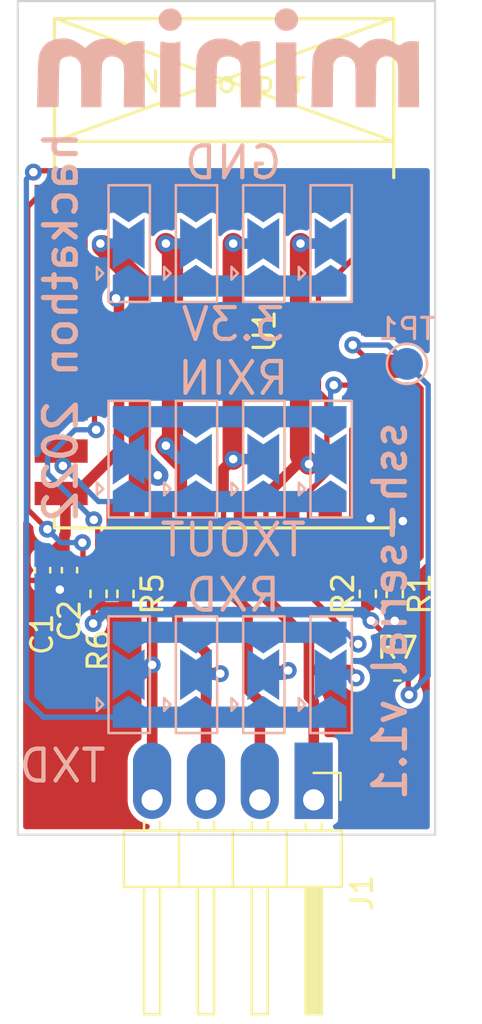
<source format=kicad_pcb>
(kicad_pcb (version 20211014) (generator pcbnew)
  (layers (0 "F.Cu" signal) (31 "B.Cu" signal) (34 "B.Paste" user) (35 "F.Paste" user) (36 "B.SilkS" user "B.Silkscreen") (37 "F.SilkS" user "F.Silkscreen") (38 "B.Mask" user) (39 "F.Mask" user) (44 "Edge.Cuts" user))
  (net 0 "")
  (net 1 "+3V3")
  (net 2 "GND")
  (net 3 "/PIN1")
  (net 4 "/PIN2")
  (net 5 "/PIN3")
  (net 6 "/PIN4")
  (net 7 "/ROUTER_TX")
  (net 8 "/ROUTER_RX")
  (net 9 "/GPIO2")
  (net 10 "/CH_PD")
  (net 11 "/RESET")
  (net 12 "/ADC")
  (net 13 "/GPIO16")
  (net 14 "/GPIO14")
  (net 15 "/GPIO12")
  (net 16 "/GPIO0")
  (net 17 "/GPIO4")
  (net 18 "/GPIO5")
  (net 19 "/RXD")
  (net 20 "/TXD")
  (net 23 "/GPIO9")
  (net 24 "/GPIO10")
  (footprint "Resistor_SMD:R_0402_1005Metric" (layer "F.Cu") (at 122.555 97.79 90)
    (fp_text reference "R2" (at 0 -1.17 90) (layer "F.SilkS"))
    (fp_text value "10k")
    (pad "1" smd roundrect (at -0.51 0 90) (size 0.54 0.64) (layers "F.Cu" "F.Paste" "F.Mask") (net 1 "+3V3"))
    (pad "2" smd roundrect (at 0.51 0 90) (size 0.54 0.64) (layers "F.Cu" "F.Paste" "F.Mask") (net 9 "/GPIO2"))
  )
  (footprint "Resistor_SMD:R_0402_1005Metric" (layer "F.Cu") (at 123.825 97.79 -90)
    (fp_text reference "R1" (at 0 -1.17 90) (layer "F.SilkS"))
    (fp_text value "10k")
    (pad "1" smd roundrect (at -0.51 0 270) (size 0.54 0.64) (layers "F.Cu" "F.Paste" "F.Mask") (net 8 "/ROUTER_RX"))
    (pad "2" smd roundrect (at 0.51 0 270) (size 0.54 0.64) (layers "F.Cu" "F.Paste" "F.Mask") (net 2 "GND"))
  )
  (footprint "esp8266-dongle:ESP-12E_SMD" (layer "F.Cu") (at 108.79 79.06)
    (fp_text reference "U1" (at 8.89 6.35 90) (layer "F.SilkS"))
    (fp_text value "ESP-12F" hide)
    (fp_text user "No Copper" (at 6.892 -5.4) (layer "F.SilkS"))
    (pad "1" smd rect (at 0 0) (size 2.5 1.1) (drill (offset -0.7 0)) (layers "F.Cu" "F.Paste" "F.Mask") (net 11 "/RESET"))
    (pad "2" smd rect (at 0 2) (size 2.5 1.1) (drill (offset -0.7 0)) (layers "F.Cu" "F.Paste" "F.Mask") (net 12 "/ADC"))
    (pad "3" smd rect (at 0 4) (size 2.5 1.1) (drill (offset -0.7 0)) (layers "F.Cu" "F.Paste" "F.Mask") (net 10 "/CH_PD"))
    (pad "4" smd rect (at 0 6) (size 2.5 1.1) (drill (offset -0.7 0)) (layers "F.Cu" "F.Paste" "F.Mask") (net 13 "/GPIO16"))
    (pad "5" smd rect (at 0 8) (size 2.5 1.1) (drill (offset -0.7 0)) (layers "F.Cu" "F.Paste" "F.Mask") (net 14 "/GPIO14"))
    (pad "6" smd rect (at 0 10) (size 2.5 1.1) (drill (offset -0.7 0)) (layers "F.Cu" "F.Paste" "F.Mask") (net 15 "/GPIO12"))
    (pad "7" smd rect (at 0 12) (size 2.5 1.1) (drill (offset -0.7 0)) (layers "F.Cu" "F.Paste" "F.Mask") (net 7 "/ROUTER_TX"))
    (pad "8" smd rect (at 0 14) (size 2.5 1.1) (drill (offset -0.7 0)) (layers "F.Cu" "F.Paste" "F.Mask") (net 1 "+3V3"))
    (pad "9" smd rect (at 14 14) (size 2.5 1.1) (drill (offset 0.7 0)) (layers "F.Cu" "F.Paste" "F.Mask") (net 2 "GND"))
    (pad "10" smd rect (at 14 12) (size 2.5 1.1) (drill (offset 0.7 0)) (layers "F.Cu" "F.Paste" "F.Mask") (net 8 "/ROUTER_RX"))
    (pad "11" smd rect (at 14 10) (size 2.5 1.1) (drill (offset 0.7 0)) (layers "F.Cu" "F.Paste" "F.Mask") (net 9 "/GPIO2"))
    (pad "12" smd rect (at 14 8) (size 2.5 1.1) (drill (offset 0.7 0)) (layers "F.Cu" "F.Paste" "F.Mask") (net 16 "/GPIO0"))
    (pad "13" smd rect (at 14 6) (size 2.5 1.1) (drill (offset 0.7 0)) (layers "F.Cu" "F.Paste" "F.Mask") (net 17 "/GPIO4"))
    (pad "14" smd rect (at 14 4) (size 2.5 1.1) (drill (offset 0.7 0)) (layers "F.Cu" "F.Paste" "F.Mask") (net 18 "/GPIO5"))
    (pad "15" smd rect (at 14 2) (size 2.5 1.1) (drill (offset 0.7 0)) (layers "F.Cu" "F.Paste" "F.Mask") (net 19 "/RXD"))
    (pad "16" smd rect (at 14 0) (size 2.5 1.1) (drill (offset 0.7 0)) (layers "F.Cu" "F.Paste" "F.Mask") (net 20 "/TXD"))
    (pad "17" smd rect (at 1.99 15 90) (size 2.5 1.1) (drill (offset -0.7 0)) (layers "F.Cu" "F.Paste" "F.Mask"))
    (pad "18" smd rect (at 3.99 15 90) (size 2.5 1.1) (drill (offset -0.7 0)) (layers "F.Cu" "F.Paste" "F.Mask"))
    (pad "19" smd rect (at 5.99 15 90) (size 2.5 1.1) (drill (offset -0.7 0)) (layers "F.Cu" "F.Paste" "F.Mask") (net 23 "/GPIO9"))
    (pad "20" smd rect (at 7.99 15 90) (size 2.5 1.1) (drill (offset -0.7 0)) (layers "F.Cu" "F.Paste" "F.Mask") (net 24 "/GPIO10"))
    (pad "21" smd rect (at 9.99 15 90) (size 2.5 1.1) (drill (offset -0.7 0)) (layers "F.Cu" "F.Paste" "F.Mask"))
    (pad "22" smd rect (at 11.99 15 90) (size 2.5 1.1) (drill (offset -0.7 0)) (layers "F.Cu" "F.Paste" "F.Mask"))
  )
  (footprint "esp8266-dongle:PinHeader_1x04_P2.54mm_Horizontal" (layer "F.Cu") (at 120 107.5 -90)
    (fp_text reference "J1" (at 4.385 -2.27 90) (layer "F.SilkS"))
    (fp_text value "Conn_01x04")
    (pad "1" thru_hole rect (at 0 0 270) (size 3.6 1.8) (drill 1 (offset -0.9 0)) (layers *.Cu *.Mask) (net 3 "/PIN1"))
    (pad "2" thru_hole oval (at 0 2.54 270) (size 3.6 1.8) (drill 1 (offset -0.9 0)) (layers *.Cu *.Mask) (net 4 "/PIN2"))
    (pad "3" thru_hole oval (at 0 5.08 270) (size 3.6 1.8) (drill 1 (offset -0.9 0)) (layers *.Cu *.Mask) (net 5 "/PIN3"))
    (pad "4" thru_hole oval (at 0 7.62 270) (size 3.6 1.8) (drill 1 (offset -0.9 0)) (layers *.Cu *.Mask) (net 6 "/PIN4"))
  )
  (footprint "Capacitor_SMD:C_0402_1005Metric" (layer "F.Cu") (at 107.215 96.675 -90)
    (fp_text reference "C1" (at 3.02 0.027 90) (layer "F.SilkS"))
    (fp_text value "10uF,6.3V,X5R ")
    (pad "1" smd roundrect (at -0.48 0 270) (size 0.56 0.62) (layers "F.Cu" "F.Paste" "F.Mask") (net 1 "+3V3"))
    (pad "2" smd roundrect (at 0.48 0 270) (size 0.56 0.62) (layers "F.Cu" "F.Paste" "F.Mask") (net 2 "GND"))
  )
  (footprint "Resistor_SMD:R_0402_1005Metric" (layer "F.Cu") (at 111.125 97.79 90)
    (fp_text reference "R5" (at 0 1.27 90) (layer "F.SilkS"))
    (fp_text value "10k")
    (pad "1" smd roundrect (at -0.51 0 90) (size 0.54 0.64) (layers "F.Cu" "F.Paste" "F.Mask") (net 1 "+3V3"))
    (pad "2" smd roundrect (at 0.51 0 90) (size 0.54 0.64) (layers "F.Cu" "F.Paste" "F.Mask") (net 10 "/CH_PD"))
  )
  (footprint "Capacitor_SMD:C_0402_1005Metric" (layer "F.Cu") (at 108.485 96.675 -90)
    (fp_text reference "C2" (at 2.385 0 90) (layer "F.SilkS"))
    (fp_text value "100nF,16V,X7R ")
    (pad "1" smd roundrect (at -0.48 0 270) (size 0.56 0.62) (layers "F.Cu" "F.Paste" "F.Mask") (net 1 "+3V3"))
    (pad "2" smd roundrect (at 0.48 0 270) (size 0.56 0.62) (layers "F.Cu" "F.Paste" "F.Mask") (net 2 "GND"))
  )
  (footprint "Resistor_SMD:R_0402_1005Metric" (layer "F.Cu") (at 109.855 97.79 90)
    (fp_text reference "R6" (at -2.667 0 90) (layer "F.SilkS"))
    (fp_text value "10k")
    (pad "1" smd roundrect (at -0.51 0 90) (size 0.54 0.64) (layers "F.Cu" "F.Paste" "F.Mask") (net 1 "+3V3"))
    (pad "2" smd roundrect (at 0.51 0 90) (size 0.54 0.64) (layers "F.Cu" "F.Paste" "F.Mask") (net 11 "/RESET"))
  )
  (footprint "Resistor_SMD:R_0402_1005Metric" (layer "F.Cu") (at 123.95 101.5)
    (fp_text reference "R7" (at 0 -1.17) (layer "F.SilkS"))
    (fp_text value "10k")
    (pad "1" smd roundrect (at -0.51 0) (size 0.54 0.64) (layers "F.Cu" "F.Paste" "F.Mask") (net 1 "+3V3"))
    (pad "2" smd roundrect (at 0.51 0) (size 0.54 0.64) (layers "F.Cu" "F.Paste" "F.Mask") (net 16 "/GPIO0"))
  )
  (footprint "Jumper:SolderJumper-3_P2.0mm_Open_TrianglePad1.0x1.5mm" (layer "B.Cu") (at 111.275 101.6 90)
    (fp_text reference "JP9" hide)
    (fp_text value "3.3V/GND" hide)
    (pad "1" smd custom (at -2 0 90) (size 0.3 0.3) (layers "B.Cu" "B.Mask") (net 20 "/TXD") (options (clearance outline) (anchor rect)) (primitives (gr_poly (pts (xy 1 0) (xy 0.5 -0.75) (xy -0.5 -0.75) (xy -0.5 0.75) (xy 0.5 0.75)) (width 0) (fill yes))))
    (pad "2" smd custom (at 0 0 90) (size 0.3 0.3) (layers "B.Cu") (net 6 "/PIN4") (options (clearance outline) (anchor rect)) (primitives (gr_poly (pts (xy 0.7 0) (xy 1.2 -0.75) (xy -1.2 -0.75) (xy -0.7 0) (xy -1.2 0.75) (xy 1.2 0.75)) (width 0) (fill yes))))
    (pad "3" smd custom (at 2 0 270) (size 0.3 0.3) (layers "B.Cu" "B.Mask") (net 19 "/RXD") (options (clearance outline) (anchor rect)) (primitives (gr_poly (pts (xy 1 0) (xy 0.5 -0.75) (xy -0.5 -0.75) (xy -0.5 0.75) (xy 0.5 0.75)) (width 0) (fill yes))))
  )
  (footprint "tom-mechanical:TestPoint_Pad_D1.5mm" (layer "B.Cu") (at 124.4 86.95 180)
    (fp_text reference "TP1" (at 0 1.648) (layer "B.SilkS") (effects (justify mirror)))
    (fp_text value "TestPoint")
    (pad "1" smd circle locked (at 0 0 180) (size 1.5 1.5) (layers "B.Cu" "B.Mask") (net 16 "/GPIO0"))
  )
  (footprint "Jumper:SolderJumper-3_P2.0mm_Open_TrianglePad1.0x1.5mm" (layer "B.Cu") (at 120.8 91.44 90)
    (fp_text reference "JP4" hide)
    (fp_text value "RX/TX")
    (pad "1" smd custom (at -2 0 90) (size 0.3 0.3) (layers "B.Cu" "B.Mask") (net 7 "/ROUTER_TX") (options (clearance outline) (anchor rect)) (primitives (gr_poly (pts (xy 1 0) (xy 0.5 -0.75) (xy -0.5 -0.75) (xy -0.5 0.75) (xy 0.5 0.75)) (width 0) (fill yes))))
    (pad "2" smd custom (at 0 0 90) (size 0.3 0.3) (layers "B.Cu") (net 3 "/PIN1") (options (clearance outline) (anchor rect)) (primitives (gr_poly (pts (xy 0.7 0) (xy 1.2 -0.75) (xy -1.2 -0.75) (xy -0.7 0) (xy -1.2 0.75) (xy 1.2 0.75)) (width 0) (fill yes))))
    (pad "3" smd custom (at 2 0 270) (size 0.3 0.3) (layers "B.Cu" "B.Mask") (net 8 "/ROUTER_RX") (options (clearance outline) (anchor rect)) (primitives (gr_poly (pts (xy 1 0) (xy 0.5 -0.75) (xy -0.5 -0.75) (xy -0.5 0.75) (xy 0.5 0.75)) (width 0) (fill yes))))
  )
  (footprint "Jumper:SolderJumper-3_P2.0mm_Open_TrianglePad1.0x1.5mm" (layer "B.Cu") (at 114.45 91.44 90)
    (fp_text reference "JP7" hide)
    (fp_text value "RX/TX")
    (pad "1" smd custom (at -2 0 90) (size 0.3 0.3) (layers "B.Cu" "B.Mask") (net 7 "/ROUTER_TX") (options (clearance outline) (anchor rect)) (primitives (gr_poly (pts (xy 1 0) (xy 0.5 -0.75) (xy -0.5 -0.75) (xy -0.5 0.75) (xy 0.5 0.75)) (width 0) (fill yes))))
    (pad "2" smd custom (at 0 0 90) (size 0.3 0.3) (layers "B.Cu") (net 5 "/PIN3") (options (clearance outline) (anchor rect)) (primitives (gr_poly (pts (xy 0.7 0) (xy 1.2 -0.75) (xy -1.2 -0.75) (xy -0.7 0) (xy -1.2 0.75) (xy 1.2 0.75)) (width 0) (fill yes))))
    (pad "3" smd custom (at 2 0 270) (size 0.3 0.3) (layers "B.Cu" "B.Mask") (net 8 "/ROUTER_RX") (options (clearance outline) (anchor rect)) (primitives (gr_poly (pts (xy 1 0) (xy 0.5 -0.75) (xy -0.5 -0.75) (xy -0.5 0.75) (xy 0.5 0.75)) (width 0) (fill yes))))
  )
  (footprint "Jumper:SolderJumper-3_P2.0mm_Open_TrianglePad1.0x1.5mm" (layer "B.Cu") (at 117.625 101.6 90)
    (fp_text reference "JP12" hide)
    (fp_text value "3.3V/GND" hide)
    (pad "1" smd custom (at -2 0 90) (size 0.3 0.3) (layers "B.Cu" "B.Mask") (net 20 "/TXD") (options (clearance outline) (anchor rect)) (primitives (gr_poly (pts (xy 1 0) (xy 0.5 -0.75) (xy -0.5 -0.75) (xy -0.5 0.75) (xy 0.5 0.75)) (width 0) (fill yes))))
    (pad "2" smd custom (at 0 0 90) (size 0.3 0.3) (layers "B.Cu") (net 4 "/PIN2") (options (clearance outline) (anchor rect)) (primitives (gr_poly (pts (xy 0.7 0) (xy 1.2 -0.75) (xy -1.2 -0.75) (xy -0.7 0) (xy -1.2 0.75) (xy 1.2 0.75)) (width 0) (fill yes))))
    (pad "3" smd custom (at 2 0 270) (size 0.3 0.3) (layers "B.Cu" "B.Mask") (net 19 "/RXD") (options (clearance outline) (anchor rect)) (primitives (gr_poly (pts (xy 1 0) (xy 0.5 -0.75) (xy -0.5 -0.75) (xy -0.5 0.75) (xy 0.5 0.75)) (width 0) (fill yes))))
  )
  (footprint "Jumper:SolderJumper-3_P2.0mm_Open_TrianglePad1.0x1.5mm" (layer "B.Cu") (at 117.625 91.44 90)
    (fp_text reference "JP8" hide)
    (fp_text value "RX/TX")
    (pad "1" smd custom (at -2 0 90) (size 0.3 0.3) (layers "B.Cu" "B.Mask") (net 7 "/ROUTER_TX") (options (clearance outline) (anchor rect)) (primitives (gr_poly (pts (xy 1 0) (xy 0.5 -0.75) (xy -0.5 -0.75) (xy -0.5 0.75) (xy 0.5 0.75)) (width 0) (fill yes))))
    (pad "2" smd custom (at 0 0 90) (size 0.3 0.3) (layers "B.Cu") (net 4 "/PIN2") (options (clearance outline) (anchor rect)) (primitives (gr_poly (pts (xy 0.7 0) (xy 1.2 -0.75) (xy -1.2 -0.75) (xy -0.7 0) (xy -1.2 0.75) (xy 1.2 0.75)) (width 0) (fill yes))))
    (pad "3" smd custom (at 2 0 270) (size 0.3 0.3) (layers "B.Cu" "B.Mask") (net 8 "/ROUTER_RX") (options (clearance outline) (anchor rect)) (primitives (gr_poly (pts (xy 1 0) (xy 0.5 -0.75) (xy -0.5 -0.75) (xy -0.5 0.75) (xy 0.5 0.75)) (width 0) (fill yes))))
  )
  (footprint "esp8266-dongle:minim_logo_18mm" (layer "B.Cu") (at 115.97 72.517 180)
    (fp_text reference "G***" hide)
    (fp_text value "LOGO" hide)
  )
  (footprint "Jumper:SolderJumper-3_P2.0mm_Open_TrianglePad1.0x1.5mm" (layer "B.Cu") (at 114.45 81.28 90)
    (fp_text reference "JP5" hide)
    (fp_text value "3.3V/GND" hide)
    (pad "1" smd custom (at -2 0 90) (size 0.3 0.3) (layers "B.Cu" "B.Mask") (net 1 "+3V3") (options (clearance outline) (anchor rect)) (primitives (gr_poly (pts (xy 1 0) (xy 0.5 -0.75) (xy -0.5 -0.75) (xy -0.5 0.75) (xy 0.5 0.75)) (width 0) (fill yes))))
    (pad "2" smd custom (at 0 0 90) (size 0.3 0.3) (layers "B.Cu") (net 5 "/PIN3") (options (clearance outline) (anchor rect)) (primitives (gr_poly (pts (xy 0.7 0) (xy 1.2 -0.75) (xy -1.2 -0.75) (xy -0.7 0) (xy -1.2 0.75) (xy 1.2 0.75)) (width 0) (fill yes))))
    (pad "3" smd custom (at 2 0 270) (size 0.3 0.3) (layers "B.Cu" "B.Mask") (net 2 "GND") (options (clearance outline) (anchor rect)) (primitives (gr_poly (pts (xy 1 0) (xy 0.5 -0.75) (xy -0.5 -0.75) (xy -0.5 0.75) (xy 0.5 0.75)) (width 0) (fill yes))))
  )
  (footprint "Jumper:SolderJumper-3_P2.0mm_Open_TrianglePad1.0x1.5mm" (layer "B.Cu") (at 111.275 91.44 90)
    (fp_text reference "JP3" hide)
    (fp_text value "RX/TX")
    (pad "1" smd custom (at -2 0 90) (size 0.3 0.3) (layers "B.Cu" "B.Mask") (net 7 "/ROUTER_TX") (options (clearance outline) (anchor rect)) (primitives (gr_poly (pts (xy 1 0) (xy 0.5 -0.75) (xy -0.5 -0.75) (xy -0.5 0.75) (xy 0.5 0.75)) (width 0) (fill yes))))
    (pad "2" smd custom (at 0 0 90) (size 0.3 0.3) (layers "B.Cu") (net 6 "/PIN4") (options (clearance outline) (anchor rect)) (primitives (gr_poly (pts (xy 0.7 0) (xy 1.2 -0.75) (xy -1.2 -0.75) (xy -0.7 0) (xy -1.2 0.75) (xy 1.2 0.75)) (width 0) (fill yes))))
    (pad "3" smd custom (at 2 0 270) (size 0.3 0.3) (layers "B.Cu" "B.Mask") (net 8 "/ROUTER_RX") (options (clearance outline) (anchor rect)) (primitives (gr_poly (pts (xy 1 0) (xy 0.5 -0.75) (xy -0.5 -0.75) (xy -0.5 0.75) (xy 0.5 0.75)) (width 0) (fill yes))))
  )
  (footprint "Jumper:SolderJumper-3_P2.0mm_Open_TrianglePad1.0x1.5mm" (layer "B.Cu") (at 120.8 101.6 90)
    (fp_text reference "JP10" hide)
    (fp_text value "3.3V/GND" hide)
    (pad "1" smd custom (at -2 0 90) (size 0.3 0.3) (layers "B.Cu" "B.Mask") (net 20 "/TXD") (options (clearance outline) (anchor rect)) (primitives (gr_poly (pts (xy 1 0) (xy 0.5 -0.75) (xy -0.5 -0.75) (xy -0.5 0.75) (xy 0.5 0.75)) (width 0) (fill yes))))
    (pad "2" smd custom (at 0 0 90) (size 0.3 0.3) (layers "B.Cu") (net 3 "/PIN1") (options (clearance outline) (anchor rect)) (primitives (gr_poly (pts (xy 0.7 0) (xy 1.2 -0.75) (xy -1.2 -0.75) (xy -0.7 0) (xy -1.2 0.75) (xy 1.2 0.75)) (width 0) (fill yes))))
    (pad "3" smd custom (at 2 0 270) (size 0.3 0.3) (layers "B.Cu" "B.Mask") (net 19 "/RXD") (options (clearance outline) (anchor rect)) (primitives (gr_poly (pts (xy 1 0) (xy 0.5 -0.75) (xy -0.5 -0.75) (xy -0.5 0.75) (xy 0.5 0.75)) (width 0) (fill yes))))
  )
  (footprint "Jumper:SolderJumper-3_P2.0mm_Open_TrianglePad1.0x1.5mm" (layer "B.Cu") (at 117.625 81.28 90)
    (fp_text reference "JP6" hide)
    (fp_text value "3.3V/GND" hide)
    (pad "1" smd custom (at -2 0 90) (size 0.3 0.3) (layers "B.Cu" "B.Mask") (net 1 "+3V3") (options (clearance outline) (anchor rect)) (primitives (gr_poly (pts (xy 1 0) (xy 0.5 -0.75) (xy -0.5 -0.75) (xy -0.5 0.75) (xy 0.5 0.75)) (width 0) (fill yes))))
    (pad "2" smd custom (at 0 0 90) (size 0.3 0.3) (layers "B.Cu") (net 4 "/PIN2") (options (clearance outline) (anchor rect)) (primitives (gr_poly (pts (xy 0.7 0) (xy 1.2 -0.75) (xy -1.2 -0.75) (xy -0.7 0) (xy -1.2 0.75) (xy 1.2 0.75)) (width 0) (fill yes))))
    (pad "3" smd custom (at 2 0 270) (size 0.3 0.3) (layers "B.Cu" "B.Mask") (net 2 "GND") (options (clearance outline) (anchor rect)) (primitives (gr_poly (pts (xy 1 0) (xy 0.5 -0.75) (xy -0.5 -0.75) (xy -0.5 0.75) (xy 0.5 0.75)) (width 0) (fill yes))))
  )
  (footprint "Jumper:SolderJumper-3_P2.0mm_Open_TrianglePad1.0x1.5mm" (layer "B.Cu") (at 114.45 101.6 90)
    (fp_text reference "JP11" hide)
    (fp_text value "3.3V/GND" hide)
    (pad "1" smd custom (at -2 0 90) (size 0.3 0.3) (layers "B.Cu" "B.Mask") (net 20 "/TXD") (options (clearance outline) (anchor rect)) (primitives (gr_poly (pts (xy 1 0) (xy 0.5 -0.75) (xy -0.5 -0.75) (xy -0.5 0.75) (xy 0.5 0.75)) (width 0) (fill yes))))
    (pad "2" smd custom (at 0 0 90) (size 0.3 0.3) (layers "B.Cu") (net 5 "/PIN3") (options (clearance outline) (anchor rect)) (primitives (gr_poly (pts (xy 0.7 0) (xy 1.2 -0.75) (xy -1.2 -0.75) (xy -0.7 0) (xy -1.2 0.75) (xy 1.2 0.75)) (width 0) (fill yes))))
    (pad "3" smd custom (at 2 0 270) (size 0.3 0.3) (layers "B.Cu" "B.Mask") (net 19 "/RXD") (options (clearance outline) (anchor rect)) (primitives (gr_poly (pts (xy 1 0) (xy 0.5 -0.75) (xy -0.5 -0.75) (xy -0.5 0.75) (xy 0.5 0.75)) (width 0) (fill yes))))
  )
  (footprint "Jumper:SolderJumper-3_P2.0mm_Open_TrianglePad1.0x1.5mm" (layer "B.Cu") (at 120.8 81.28 90)
    (fp_text reference "JP2" hide)
    (fp_text value "3.3V/GND" hide)
    (pad "1" smd custom (at -2 0 90) (size 0.3 0.3) (layers "B.Cu" "B.Mask") (net 1 "+3V3") (options (clearance outline) (anchor rect)) (primitives (gr_poly (pts (xy 1 0) (xy 0.5 -0.75) (xy -0.5 -0.75) (xy -0.5 0.75) (xy 0.5 0.75)) (width 0) (fill yes))))
    (pad "2" smd custom (at 0 0 90) (size 0.3 0.3) (layers "B.Cu") (net 3 "/PIN1") (options (clearance outline) (anchor rect)) (primitives (gr_poly (pts (xy 0.7 0) (xy 1.2 -0.75) (xy -1.2 -0.75) (xy -0.7 0) (xy -1.2 0.75) (xy 1.2 0.75)) (width 0) (fill yes))))
    (pad "3" smd custom (at 2 0 270) (size 0.3 0.3) (layers "B.Cu" "B.Mask") (net 2 "GND") (options (clearance outline) (anchor rect)) (primitives (gr_poly (pts (xy 1 0) (xy 0.5 -0.75) (xy -0.5 -0.75) (xy -0.5 0.75) (xy 0.5 0.75)) (width 0) (fill yes))))
  )
  (footprint "Jumper:SolderJumper-3_P2.0mm_Open_TrianglePad1.0x1.5mm" (layer "B.Cu") (at 111.275 81.28 90)
    (fp_text reference "JP1" hide)
    (fp_text value "3.3V/GND" hide)
    (pad "1" smd custom (at -2 0 90) (size 0.3 0.3) (layers "B.Cu" "B.Mask") (net 1 "+3V3") (options (clearance outline) (anchor rect)) (primitives (gr_poly (pts (xy 1 0) (xy 0.5 -0.75) (xy -0.5 -0.75) (xy -0.5 0.75) (xy 0.5 0.75)) (width 0) (fill yes))))
    (pad "2" smd custom (at 0 0 90) (size 0.3 0.3) (layers "B.Cu") (net 6 "/PIN4") (options (clearance outline) (anchor rect)) (primitives (gr_poly (pts (xy 0.7 0) (xy 1.2 -0.75) (xy -1.2 -0.75) (xy -0.7 0) (xy -1.2 0.75) (xy 1.2 0.75)) (width 0) (fill yes))))
    (pad "3" smd custom (at 2 0 270) (size 0.3 0.3) (layers "B.Cu" "B.Mask") (net 2 "GND") (options (clearance outline) (anchor rect)) (primitives (gr_poly (pts (xy 1 0) (xy 0.5 -0.75) (xy -0.5 -0.75) (xy -0.5 0.75) (xy 0.5 0.75)) (width 0) (fill yes))))
  )
  (gr_line (start 106.045 109.14) (end 125.73 109.14) (layer "Edge.Cuts") (width 0.1))
  (gr_line (start 106.045 109.14) (end 106.045 69.85) (layer "Edge.Cuts") (width 0.1))
  (gr_line (start 106.045 69.85) (end 125.73 69.85) (layer "Edge.Cuts") (width 0.1))
  (gr_line (start 125.73 69.85) (end 125.73 109.14) (layer "Edge.Cuts") (width 0.1))
  (gr_text "TXOUT" (at 116.205 95.25) (layer "B.SilkS") (effects (font (size 1.5 1.5) (thickness 0.2)) (justify mirror)))
  (gr_text "TXD" (at 108.15 105.9) (layer "B.SilkS") (effects (font (size 1.5 1.5) (thickness 0.2)) (justify mirror)))
  (gr_text "RXD" (at 116.205 97.85) (layer "B.SilkS") (effects (font (size 1.5 1.5) (thickness 0.2)) (justify mirror)))
  (gr_text "3.3V" (at 116.205 85.09) (layer "B.SilkS") (effects (font (size 1.5 1.5) (thickness 0.2)) (justify mirror)))
  (gr_text "RXIN" (at 116.205 87.63) (layer "B.SilkS") (effects (font (size 1.5 1.5) (thickness 0.2)) (justify mirror)))
  (gr_text "ssh-serial v1.1" (at 123.6 98.6 90) (layer "B.SilkS") (effects (font (size 1.5 1.5) (thickness 0.25)) (justify mirror)))
  (gr_text "GND" (at 116.205 77.47) (layer "B.SilkS") (effects (font (size 1.5 1.5) (thickness 0.2)) (justify mirror)))
  (gr_text "hackathon 2022" (at 108.077 85.217 90) (layer "B.SilkS") (effects (font (size 1.5 1.5) (thickness 0.25)) (justify mirror)))
  (segment (start 110.818717 84.000313) (end 110.680011 83.861607) (width 0.5) (layer "F.Cu") (net 1))
  (segment (start 123.44 99.79) (end 122.7 99.05) (width 0.25) (layer "F.Cu") (net 1))
  (segment (start 108.291501 94.977122) (end 108.243499 95.025124) (width 0.5) (layer "F.Cu") (net 1))
  (segment (start 109.855 98.3) (end 111.125 98.3) (width 0.25) (layer "F.Cu") (net 1))
  (segment (start 108.79 93.06) (end 108.291501 93.558499) (width 0.5) (layer "F.Cu") (net 1))
  (segment (start 122.555 98.3) (end 122.555 98.905) (width 0.25) (layer "F.Cu") (net 1))
  (segment (start 110.818717 91.031283) (end 110.818717 84.000313) (width 0.5) (layer "F.Cu") (net 1))
  (segment (start 108.243499 95.025124) (end 108.243499 95.266501) (width 0.5) (layer "F.Cu") (net 1))
  (segment (start 108.243499 95.266501) (end 108.243499 95.953499) (width 0.5) (layer "F.Cu") (net 1))
  (segment (start 109.21048 96.91355) (end 109.21048 97.65548) (width 0.25) (layer "F.Cu") (net 1))
  (segment (start 109.21048 97.65548) (end 109.855 98.3) (width 0.25) (layer "F.Cu") (net 1))
  (segment (start 108.49193 96.195) (end 109.21048 96.91355) (width 0.25) (layer "F.Cu") (net 1))
  (segment (start 109.601 98.554) (end 109.855 98.3) (width 0.25) (layer "F.Cu") (net 1))
  (segment (start 108.291501 93.558499) (end 108.291501 94.977122) (width 0.5) (layer "F.Cu") (net 1))
  (segment (start 122.555 98.905) (end 122.7 99.05) (width 0.25) (layer "F.Cu") (net 1))
  (segment (start 108.243499 95.266501) (end 107.315 96.195) (width 0.5) (layer "F.Cu") (net 1))
  (segment (start 109.601 99.187) (end 109.601 98.554) (width 0.25) (layer "F.Cu") (net 1))
  (segment (start 123.44 101.5) (end 123.44 99.79) (width 0.25) (layer "F.Cu") (net 1))
  (segment (start 108.243499 95.953499) (end 108.485 96.195) (width 0.5) (layer "F.Cu") (net 1))
  (segment (start 108.79 93.06) (end 110.818717 91.031283) (width 0.5) (layer "F.Cu") (net 1))
  (via (at 110.680011 83.861607) (size 0.8) (drill 0.4) (layers "F.Cu" "B.Cu") (net 1))
  (via (at 109.601 99.187) (size 0.8) (drill 0.4) (layers "F.Cu" "B.Cu") (net 1))
  (via (at 122.7 99.05) (size 0.8) (drill 0.4) (layers "F.Cu" "B.Cu") (net 1))
  (segment (start 110.138 98.65) (end 122.3 98.65) (width 0.5) (layer "B.Cu") (net 1))
  (segment (start 122.3 98.65) (end 122.7 99.05) (width 0.5) (layer "B.Cu") (net 1))
  (segment (start 120.8 83.28) (end 117.625 83.28) (width 1) (layer "B.Cu") (net 1))
  (segment (start 114.45 83.28) (end 111.345 83.28) (width 1) (layer "B.Cu") (net 1))
  (segment (start 117.625 83.28) (end 114.45 83.28) (width 1) (layer "B.Cu") (net 1))
  (segment (start 111.275 83.28) (end 110.693393 83.861607) (width 0.5) (layer "B.Cu") (net 1))
  (segment (start 110.693393 83.861607) (end 110.680011 83.861607) (width 0.5) (layer "B.Cu") (net 1))
  (segment (start 109.601 99.187) (end 110.138 98.65) (width 0.5) (layer "B.Cu") (net 1))
  (segment (start 108.150969 97.589031) (end 108.028827 97.589031) (width 0.5) (layer "F.Cu") (net 2))
  (segment (start 107.594796 97.155) (end 108.028827 97.589031) (width 0.5) (layer "F.Cu") (net 2))
  (segment (start 107.315 97.155) (end 107.594796 97.155) (width 0.5) (layer "F.Cu") (net 2))
  (segment (start 108.585 97.155) (end 108.150969 97.589031) (width 0.5) (layer "F.Cu") (net 2))
  (segment (start 123.825 98.3) (end 123.825 99.06) (width 0.25) (layer "F.Cu") (net 2))
  (via (at 124.206 94.361) (size 0.8) (drill 0.4) (layers "F.Cu" "B.Cu") (net 2))
  (via (at 123.825 99.06) (size 0.8) (drill 0.4) (layers "F.Cu" "B.Cu") (net 2))
  (via (at 122.682 94.234) (size 0.8) (drill 0.4) (layers "F.Cu" "B.Cu") (net 2))
  (via (at 108.028827 97.589031) (size 0.8) (drill 0.4) (layers "F.Cu" "B.Cu") (net 2))
  (segment (start 120.8 79.28) (end 117.625 79.28) (width 1) (layer "B.Cu") (net 2))
  (segment (start 111.275 79.28) (end 114.45 79.28) (width 1) (layer "B.Cu") (net 2))
  (segment (start 117.625 79.28) (end 114.45 79.28) (width 1) (layer "B.Cu") (net 2))
  (segment (start 117.75 93.15) (end 119.224511 91.675489) (width 0.5) (layer "F.Cu") (net 3))
  (segment (start 117.75 96.4595) (end 117.75 93.3) (width 0.25) (layer "F.Cu") (net 3))
  (segment (start 119.38 81.28) (end 119.38 91.275978) (width 1) (layer "F.Cu") (net 3))
  (segment (start 121.627295 101.377295) (end 122 101.75) (width 0.5) (layer "F.Cu") (net 3))
  (segment (start 119.777295 100.027295) (end 117.9 98.15) (width 0.5) (layer "F.Cu") (net 3))
  (segment (start 119.777295 102.642295) (end 120.005 102.87) (width 0.5) (layer "F.Cu") (net 3))
  (segment (start 120.005 102.87) (end 120.005 107.495) (width 0.5) (layer "F.Cu") (net 3))
  (segment (start 119.224511 91.675489) (end 119.779511 91.675489) (width 0.5) (layer "F.Cu") (net 3))
  (segment (start 117.9 98.15) (end 117.75 98) (width 0.5) (layer "F.Cu") (net 3))
  (segment (start 117.75 93.3) (end 117.75 93.15) (width 0.5) (layer "F.Cu") (net 3))
  (segment (start 119.38 91.275978) (end 119.779511 91.675489) (width 1) (layer "F.Cu") (net 3))
  (segment (start 117.75 98) (end 117.75 96.4595) (width 0.5) (layer "F.Cu") (net 3))
  (segment (start 119.777295 101.377295) (end 119.777295 102.642295) (width 0.5) (layer "F.Cu") (net 3))
  (segment (start 119.777295 101.377295) (end 119.777295 100.027295) (width 0.5) (layer "F.Cu") (net 3))
  (segment (start 119.777295 101.377295) (end 121.627295 101.377295) (width 0.5) (layer "F.Cu") (net 3))
  (via (at 119.779511 91.675489) (size 0.8) (drill 0.4) (layers "F.Cu" "B.Cu") (net 3))
  (via (at 119.38 81.28) (size 0.8) (drill 0.4) (layers "F.Cu" "B.Cu") (net 3))
  (via (at 122 101.75) (size 0.8) (drill 0.4) (layers "F.Cu" "B.Cu") (net 3))
  (segment (start 121.85 101.6) (end 120.8 101.6) (width 0.5) (layer "B.Cu") (net 3))
  (segment (start 120.015 91.44) (end 119.779511 91.675489) (width 0.5) (layer "B.Cu") (net 3))
  (segment (start 120.8 81.28) (end 119.38 81.28) (width 0.5) (layer "B.Cu") (net 3))
  (segment (start 122 101.75) (end 121.85 101.6) (width 0.5) (layer "B.Cu") (net 3))
  (segment (start 120.8 91.44) (end 120.015 91.44) (width 0.5) (layer "B.Cu") (net 3))
  (segment (start 118.76952 101.43048) (end 118.8 101.4) (width 0.5) (layer "F.Cu") (net 4))
  (segment (start 115.75 97.4) (end 116.88048 98.53048) (width 0.5) (layer "F.Cu") (net 4))
  (segment (start 116.88048 101.43048) (end 116.88048 98.53048) (width 0.5) (layer "F.Cu") (net 4))
  (segment (start 116.88048 102.28548) (end 116.88048 101.43048) (width 0.5) (layer "F.Cu") (net 4))
  (segment (start 116.88048 101.43048) (end 118.76952 101.43048) (width 0.5) (layer "F.Cu") (net 4))
  (segment (start 117.465 102.87) (end 116.88048 102.28548) (width 0.5) (layer "F.Cu") (net 4))
  (segment (start 115.75 97.4) (end 115.75 96.4595) (width 0.5) (layer "F.Cu") (net 4))
  (segment (start 115.75 96.4595) (end 115.75 93.2) (width 0.25) (layer "F.Cu") (net 4))
  (segment (start 115.75 93.2) (end 115.75 91.895) (width 0.5) (layer "F.Cu") (net 4))
  (segment (start 115.75 91.895) (end 116.205 91.44) (width 0.5) (layer "F.Cu") (net 4))
  (segment (start 117.465 102.87) (end 117.465 107.495) (width 0.5) (layer "F.Cu") (net 4))
  (segment (start 116.205 81.28) (end 116.205 91.44) (width 1) (layer "F.Cu") (net 4))
  (via (at 116.205 81.28) (size 0.8) (drill 0.4) (layers "F.Cu" "B.Cu") (net 4))
  (via (at 118.8 101.4) (size 0.8) (drill 0.4) (layers "F.Cu" "B.Cu") (net 4))
  (via (at 116.205 91.44) (size 0.8) (drill 0.4) (layers "F.Cu" "B.Cu") (net 4))
  (segment (start 118.6 101.6) (end 117.625 101.6) (width 0.5) (layer "B.Cu") (net 4))
  (segment (start 117.625 91.44) (end 116.205 91.44) (width 0.5) (layer "B.Cu") (net 4))
  (segment (start 116.205 81.28) (end 117.625 81.28) (width 0.5) (layer "B.Cu") (net 4))
  (segment (start 118.8 101.4) (end 118.6 101.6) (width 0.5) (layer "B.Cu") (net 4))
  (segment (start 113.34051 81.59051) (end 113.03 81.28) (width 1) (layer "F.Cu") (net 5))
  (segment (start 115.575 101.525) (end 115.6 101.55) (width 0.5) (layer "F.Cu") (net 5))
  (segment (start 114.925 100.553067) (end 114.925 101.525) (width 0.5) (layer "F.Cu") (net 5))
  (segment (start 113.779511 91.554511) (end 113.03 90.805) (width 1) (layer "F.Cu") (net 5))
  (segment (start 114.925 101.525) (end 115.575 101.525) (width 0.5) (layer "F.Cu") (net 5))
  (segment (start 113.578372 99.206439) (end 114.925 100.553067) (width 0.5) (layer "F.Cu") (net 5))
  (segment (start 113.34051 90.49449) (end 113.34051 81.59051) (width 1) (layer "F.Cu") (net 5))
  (segment (start 113.779511 91.554511) (end 113.779511 98.290485) (width 0.5) (layer "F.Cu") (net 5))
  (segment (start 114.925 101.525) (end 114.925 107.495) (width 0.5) (layer "F.Cu") (net 5))
  (segment (start 113.03 90.805) (end 113.34051 90.49449) (width 1) (layer "F.Cu") (net 5))
  (segment (start 113.578372 98.491624) (end 113.578372 99.206439) (width 0.5) (layer "F.Cu") (net 5))
  (segment (start 113.779511 98.290485) (end 113.578372 98.491624) (width 0.5) (layer "F.Cu") (net 5))
  (via (at 113.03 81.28) (size 0.8) (drill 0.4) (layers "F.Cu" "B.Cu") (net 5))
  (via (at 113.03 90.805) (size 0.8) (drill 0.4) (layers "F.Cu" "B.Cu") (net 5))
  (via (at 115.6 101.55) (size 0.8) (drill 0.4) (layers "F.Cu" "B.Cu") (net 5))
  (segment (start 114.45 91.44) (end 113.665 91.44) (width 0.5) (layer "B.Cu") (net 5))
  (segment (start 113.665 91.44) (end 113.03 90.805) (width 0.5) (layer "B.Cu") (net 5))
  (segment (start 113.03 81.28) (end 114.45 81.28) (width 0.5) (layer "B.Cu") (net 5))
  (segment (start 115.6 101.55) (end 115.55 101.6) (width 0.5) (layer "B.Cu") (net 5))
  (segment (start 115.55 101.6) (end 114.45 101.6) (width 0.5) (layer "B.Cu") (net 5))
  (segment (start 112.248489 91.801489) (end 112.649 92.202) (width 1) (layer "F.Cu") (net 6))
  (segment (start 111.779511 83.120009) (end 110.039511 81.380009) (width 1) (layer "F.Cu") (net 6))
  (segment (start 111.779511 91.801489) (end 112.248489 91.801489) (width 1) (layer "F.Cu") (net 6))
  (segment (start 111.779511 91.801489) (end 111.779511 83.120009) (width 1) (layer "F.Cu") (net 6))
  (segment (start 111.779511 92.729511) (end 111.779511 96.458533) (width 0.5) (layer "F.Cu") (net 6))
  (segment (start 111.779511 96.458533) (end 112.385 97.064022) (width 0.5) (layer "F.Cu") (net 6))
  (segment (start 112.385 97.064022) (end 112.385 107.495) (width 0.5) (layer "F.Cu") (net 6))
  (segment (start 111.779511 92.729511) (end 111.779511 91.801489) (width 1) (layer "F.Cu") (net 6))
  (via (at 112.385 101.135) (size 0.8) (drill 0.4) (layers "F.Cu" "B.Cu") (net 6))
  (via (at 112.649 92.202) (size 0.8) (drill 0.4) (layers "F.Cu" "B.Cu") (net 6))
  (via (at 109.939502 81.28) (size 0.8) (drill 0.4) (layers "F.Cu" "B.Cu") (net 6))
  (segment (start 111.275 81.28) (end 109.939502 81.28) (width 0.5) (layer "B.Cu") (net 6))
  (segment (start 111.887 91.44) (end 111.275 91.44) (width 1) (layer "B.Cu") (net 6))
  (segment (start 111.92 101.6) (end 111.275 101.6) (width 0.5) (layer "B.Cu") (net 6))
  (segment (start 112.385 101.135) (end 111.92 101.6) (width 0.5) (layer "B.Cu") (net 6))
  (segment (start 112.649 92.202) (end 111.887 91.44) (width 1) (layer "B.Cu") (net 6))
  (segment (start 108.79 91.06) (end 108.1745 91.6755) (width 0.25) (layer "F.Cu") (net 7))
  (segment (start 108.1745 91.6755) (end 108.1745 91.758008) (width 0.25) (layer "F.Cu") (net 7))
  (via (at 108.1745 91.758008) (size 0.8) (drill 0.4) (layers "F.Cu" "B.Cu") (net 7))
  (segment (start 109.856492 93.44) (end 108.1745 91.758008) (width 0.25) (layer "B.Cu") (net 7))
  (segment (start 111.275 93.44) (end 109.856492 93.44) (width 0.25) (layer "B.Cu") (net 7))
  (segment (start 114.45 93.44) (end 111.275 93.44) (width 1) (layer "B.Cu") (net 7))
  (segment (start 120.8 93.44) (end 117.625 93.44) (width 1) (layer "B.Cu") (net 7))
  (segment (start 117.625 93.44) (end 114.45 93.44) (width 1) (layer "B.Cu") (net 7))
  (segment (start 125.065 96.04) (end 123.825 97.28) (width 0.25) (layer "F.Cu") (net 8))
  (segment (start 124.9 87.95) (end 120.95 87.95) (width 0.25) (layer "F.Cu") (net 8))
  (segment (start 125.065 88.115) (end 124.9 87.95) (width 0.25) (layer "F.Cu") (net 8))
  (segment (start 125.065 91.040195) (end 125.065 88.115) (width 0.25) (layer "F.Cu") (net 8))
  (segment (start 125.065 91.040195) (end 122.809805 91.040195) (width 0.25) (layer "F.Cu") (net 8))
  (segment (start 125.065 91.040195) (end 125.065 96.04) (width 0.25) (layer "F.Cu") (net 8))
  (via (at 120.95 87.95) (size 0.8) (drill 0.4) (layers "F.Cu" "B.Cu") (net 8))
  (segment (start 117.625 89.44) (end 114.45 89.44) (width 1) (layer "B.Cu") (net 8))
  (segment (start 120.8 89.44) (end 117.625 89.44) (width 1) (layer "B.Cu") (net 8))
  (segment (start 120.8 88.1) (end 120.8 89.44) (width 0.25) (layer "B.Cu") (net 8))
  (segment (start 114.45 89.44) (end 111.275 89.44) (width 1) (layer "B.Cu") (net 8))
  (segment (start 120.95 87.95) (end 120.8 88.1) (width 0.25) (layer "B.Cu") (net 8))
  (segment (start 122.79 89.06) (end 121.8 90.05) (width 0.25) (layer "F.Cu") (net 9))
  (segment (start 122.13 97.28) (end 122.555 97.28) (width 0.25) (layer "F.Cu") (net 9))
  (segment (start 121.8 90.05) (end 121.8 96.95) (width 0.25) (layer "F.Cu") (net 9))
  (segment (start 121.8 96.95) (end 122.13 97.28) (width 0.25) (layer "F.Cu") (net 9))
  (segment (start 109.651917 94.321419) (end 109.630498 94.3) (width 0.25) (layer "F.Cu") (net 10))
  (segment (start 109.664511 83.934511) (end 109.664511 89.980911) (width 0.25) (layer "F.Cu") (net 10))
  (segment (start 109.664511 89.980911) (end 109.740076 90.056476) (width 0.25) (layer "F.Cu") (net 10))
  (segment (start 108.79 83.06) (end 109.664511 83.934511) (width 0.25) (layer "F.Cu") (net 10))
  (segment (start 109.817501 94.321419) (end 109.651917 94.321419) (width 0.25) (layer "F.Cu") (net 10))
  (segment (start 109.817501 96.100797) (end 110.996704 97.28) (width 0.25) (layer "F.Cu") (net 10))
  (segment (start 109.817501 94.321419) (end 109.817501 96.100797) (width 0.25) (layer "F.Cu") (net 10))
  (via (at 109.740076 90.056476) (size 0.8) (drill 0.4) (layers "F.Cu" "B.Cu") (net 10))
  (via (at 109.630498 94.3) (size 0.8) (drill 0.4) (layers "F.Cu" "B.Cu") (net 10))
  (segment (start 109.630498 94.3) (end 107.45 92.119502) (width 0.25) (layer "B.Cu") (net 10))
  (segment (start 107.45 91.35) (end 108.743524 90.056476) (width 0.25) (layer "B.Cu") (net 10))
  (segment (start 107.45 92.119502) (end 107.45 91.35) (width 0.25) (layer "B.Cu") (net 10))
  (segment (start 108.743524 90.056476) (end 109.740076 90.056476) (width 0.25) (layer "B.Cu") (net 10))
  (segment (start 106.515489 79.539511) (end 106.515489 93.815489) (width 0.25) (layer "F.Cu") (net 11))
  (segment (start 109.11952 95.40352) (end 109.11952 96.03852) (width 0.25) (layer "F.Cu") (net 11))
  (segment (start 109.855 96.774) (end 109.855 97.28) (width 0.25) (layer "F.Cu") (net 11))
  (segment (start 109.11952 96.03852) (end 109.855 96.774) (width 0.25) (layer "F.Cu") (net 11))
  (segment (start 106.515489 79.539511) (end 106.995 79.06) (width 0.25) (layer "F.Cu") (net 11))
  (segment (start 109.093 95.377) (end 109.11952 95.40352) (width 0.25) (layer "F.Cu") (net 11))
  (segment (start 106.515489 93.815489) (end 107.442 94.742) (width 0.25) (layer "F.Cu") (net 11))
  (via (at 107.442 94.742) (size 0.8) (drill 0.4) (layers "F.Cu" "B.Cu") (net 11))
  (via (at 109.093 95.377) (size 0.8) (drill 0.4) (layers "F.Cu" "B.Cu") (net 11))
  (segment (start 109.093 95.377) (end 108.077 95.377) (width 0.25) (layer "B.Cu") (net 11))
  (segment (start 108.077 95.377) (end 107.442 94.742) (width 0.25) (layer "B.Cu") (net 11))
  (segment (start 122.79 87.005841) (end 121.846047 86.061888) (width 0.25) (layer "F.Cu") (net 16))
  (segment (start 124.5 102.55) (end 124.46 102.51) (width 0.25) (layer "F.Cu") (net 16))
  (segment (start 124.46 102.51) (end 124.46 101.5) (width 0.25) (layer "F.Cu") (net 16))
  (via (at 121.846047 86.061888) (size 0.8) (drill 0.4) (layers "F.Cu" "B.Cu") (net 16))
  (via (at 124.5 102.55) (size 0.8) (drill 0.4) (layers "F.Cu" "B.Cu") (net 16))
  (segment (start 125.4 87.95) (end 125.4 101.65) (width 0.25) (layer "B.Cu") (net 16))
  (segment (start 123.511888 86.061888) (end 124.4 86.95) (width 0.25) (layer "B.Cu") (net 16))
  (segment (start 125.4 101.65) (end 124.5 102.55) (width 0.25) (layer "B.Cu") (net 16))
  (segment (start 124.4 86.95) (end 125.4 87.95) (width 0.25) (layer "B.Cu") (net 16))
  (segment (start 121.846047 86.061888) (end 123.511888 86.061888) (width 0.25) (layer "B.Cu") (net 16))
  (segment (start 119.8 92.95) (end 119.8 97.858689) (width 0.25) (layer "F.Cu") (net 19))
  (segment (start 120.6255 92.1245) (end 119.8 92.95) (width 0.25) (layer "F.Cu") (net 19))
  (segment (start 122.79 81.06) (end 120.2255 83.6245) (width 0.25) (layer "F.Cu") (net 19))
  (segment (start 120.6255 88.650098) (end 120.6255 92.1245) (width 0.25) (layer "F.Cu") (net 19))
  (segment (start 120.2255 88.250098) (end 120.6255 88.650098) (width 0.25) (layer "F.Cu") (net 19))
  (segment (start 120.2255 83.6245) (end 120.2255 88.250098) (width 0.25) (layer "F.Cu") (net 19))
  (segment (start 119.8 97.858689) (end 122.097831 100.15652) (width 0.25) (layer "F.Cu") (net 19))
  (via (at 122.097831 100.15652) (size 0.8) (drill 0.4) (layers "F.Cu" "B.Cu") (net 19))
  (segment (start 122.097831 100.15652) (end 121.541311 99.6) (width 0.25) (layer "B.Cu") (net 19))
  (segment (start 121.541311 99.6) (end 120.8 99.6) (width 0.25) (layer "B.Cu") (net 19))
  (segment (start 111.275 99.6) (end 120.8 99.6) (width 1) (layer "B.Cu") (net 19))
  (segment (start 106.845119 77.85) (end 106.781788 77.913331) (width 0.25) (layer "F.Cu") (net 20))
  (segment (start 106.845119 77.85) (end 121.58 77.85) (width 0.25) (layer "F.Cu") (net 20))
  (segment (start 122.79 79.06) (end 121.58 77.85) (width 0.25) (layer "F.Cu") (net 20))
  (via (at 106.781788 77.913331) (size 0.8) (drill 0.4) (layers "F.Cu" "B.Cu") (net 20))
  (segment (start 106.781788 77.913331) (end 106.45 78.245119) (width 0.25) (layer "B.Cu") (net 20))
  (segment (start 106.45 102.8) (end 107.25 103.6) (width 0.25) (layer "B.Cu") (net 20))
  (segment (start 107.25 103.6) (end 111.275 103.6) (width 0.25) (layer "B.Cu") (net 20))
  (segment (start 111.275 103.6) (end 120.8 103.6) (width 1) (layer "B.Cu") (net 20))
  (segment (start 106.45 78.245119) (end 106.45 102.8) (width 0.25) (layer "B.Cu") (net 20))
  (zone (net 2) (net_name "GND") (layers F&B.Cu) (connect_pads (clearance 0.254)) (min_thickness 0.254) (fill yes (thermal_gap 0.254) (thermal_bridge_width 0.254))
    (polygon (pts (xy 125.984 109.494) (xy 105.791 109.494) (xy 105.791 77.724) (xy 125.984 77.724)))
  )
)
</source>
